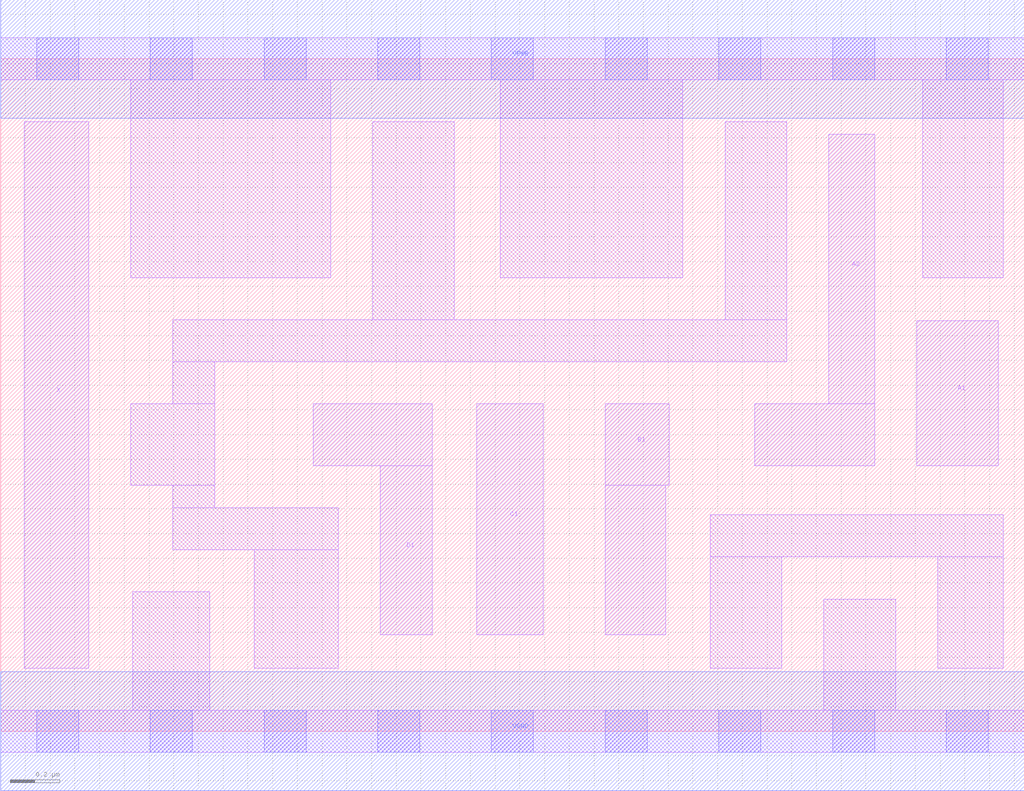
<source format=lef>
# Copyright 2020 The SkyWater PDK Authors
#
# Licensed under the Apache License, Version 2.0 (the "License");
# you may not use this file except in compliance with the License.
# You may obtain a copy of the License at
#
#     https://www.apache.org/licenses/LICENSE-2.0
#
# Unless required by applicable law or agreed to in writing, software
# distributed under the License is distributed on an "AS IS" BASIS,
# WITHOUT WARRANTIES OR CONDITIONS OF ANY KIND, either express or implied.
# See the License for the specific language governing permissions and
# limitations under the License.
#
# SPDX-License-Identifier: Apache-2.0

VERSION 5.7 ;
  NAMESCASESENSITIVE ON ;
  NOWIREEXTENSIONATPIN ON ;
  DIVIDERCHAR "/" ;
  BUSBITCHARS "[]" ;
UNITS
  DATABASE MICRONS 200 ;
END UNITS
MACRO sky130_fd_sc_hd__o2111a_1
  CLASS CORE ;
  FOREIGN sky130_fd_sc_hd__o2111a_1 ;
  ORIGIN  0.000000  0.000000 ;
  SIZE  4.140000 BY  2.720000 ;
  SYMMETRY X Y R90 ;
  SITE unithd ;
  PIN A1
    ANTENNAGATEAREA  0.247500 ;
    DIRECTION INPUT ;
    USE SIGNAL ;
    PORT
      LAYER li1 ;
        RECT 3.705000 1.075000 4.035000 1.660000 ;
    END
  END A1
  PIN A2
    ANTENNAGATEAREA  0.247500 ;
    DIRECTION INPUT ;
    USE SIGNAL ;
    PORT
      LAYER li1 ;
        RECT 3.050000 1.075000 3.535000 1.325000 ;
        RECT 3.350000 1.325000 3.535000 2.415000 ;
    END
  END A2
  PIN B1
    ANTENNAGATEAREA  0.247500 ;
    DIRECTION INPUT ;
    USE SIGNAL ;
    PORT
      LAYER li1 ;
        RECT 2.445000 0.390000 2.690000 0.995000 ;
        RECT 2.445000 0.995000 2.705000 1.325000 ;
    END
  END B1
  PIN C1
    ANTENNAGATEAREA  0.247500 ;
    DIRECTION INPUT ;
    USE SIGNAL ;
    PORT
      LAYER li1 ;
        RECT 1.925000 0.390000 2.195000 1.325000 ;
    END
  END C1
  PIN D1
    ANTENNAGATEAREA  0.247500 ;
    DIRECTION INPUT ;
    USE SIGNAL ;
    PORT
      LAYER li1 ;
        RECT 1.265000 1.075000 1.745000 1.325000 ;
        RECT 1.535000 0.390000 1.745000 1.075000 ;
    END
  END D1
  PIN X
    ANTENNADIFFAREA  0.429000 ;
    DIRECTION OUTPUT ;
    USE SIGNAL ;
    PORT
      LAYER li1 ;
        RECT 0.095000 0.255000 0.355000 2.465000 ;
    END
  END X
  PIN VGND
    DIRECTION INOUT ;
    SHAPE ABUTMENT ;
    USE GROUND ;
    PORT
      LAYER met1 ;
        RECT 0.000000 -0.240000 4.140000 0.240000 ;
    END
  END VGND
  PIN VPWR
    DIRECTION INOUT ;
    SHAPE ABUTMENT ;
    USE POWER ;
    PORT
      LAYER met1 ;
        RECT 0.000000 2.480000 4.140000 2.960000 ;
    END
  END VPWR
  OBS
    LAYER li1 ;
      RECT 0.000000 -0.085000 4.140000 0.085000 ;
      RECT 0.000000  2.635000 4.140000 2.805000 ;
      RECT 0.525000  0.995000 0.865000 1.325000 ;
      RECT 0.525000  1.835000 1.335000 2.635000 ;
      RECT 0.535000  0.085000 0.845000 0.565000 ;
      RECT 0.695000  0.735000 1.365000 0.905000 ;
      RECT 0.695000  0.905000 0.865000 0.995000 ;
      RECT 0.695000  1.325000 0.865000 1.495000 ;
      RECT 0.695000  1.495000 3.180000 1.665000 ;
      RECT 1.025000  0.255000 1.365000 0.735000 ;
      RECT 1.505000  1.665000 1.835000 2.465000 ;
      RECT 2.020000  1.835000 2.760000 2.635000 ;
      RECT 2.870000  0.255000 3.160000 0.705000 ;
      RECT 2.870000  0.705000 4.055000 0.875000 ;
      RECT 2.930000  1.665000 3.180000 2.465000 ;
      RECT 3.330000  0.085000 3.620000 0.535000 ;
      RECT 3.730000  1.835000 4.055000 2.635000 ;
      RECT 3.790000  0.255000 4.055000 0.705000 ;
    LAYER mcon ;
      RECT 0.145000 -0.085000 0.315000 0.085000 ;
      RECT 0.145000  2.635000 0.315000 2.805000 ;
      RECT 0.605000 -0.085000 0.775000 0.085000 ;
      RECT 0.605000  2.635000 0.775000 2.805000 ;
      RECT 1.065000 -0.085000 1.235000 0.085000 ;
      RECT 1.065000  2.635000 1.235000 2.805000 ;
      RECT 1.525000 -0.085000 1.695000 0.085000 ;
      RECT 1.525000  2.635000 1.695000 2.805000 ;
      RECT 1.985000 -0.085000 2.155000 0.085000 ;
      RECT 1.985000  2.635000 2.155000 2.805000 ;
      RECT 2.445000 -0.085000 2.615000 0.085000 ;
      RECT 2.445000  2.635000 2.615000 2.805000 ;
      RECT 2.905000 -0.085000 3.075000 0.085000 ;
      RECT 2.905000  2.635000 3.075000 2.805000 ;
      RECT 3.365000 -0.085000 3.535000 0.085000 ;
      RECT 3.365000  2.635000 3.535000 2.805000 ;
      RECT 3.825000 -0.085000 3.995000 0.085000 ;
      RECT 3.825000  2.635000 3.995000 2.805000 ;
  END
END sky130_fd_sc_hd__o2111a_1
END LIBRARY

</source>
